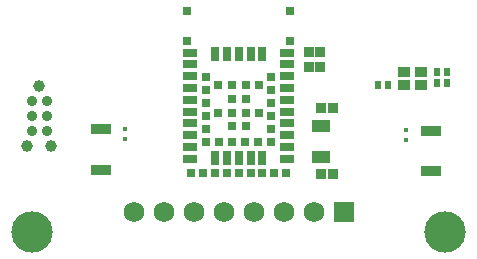
<source format=gts>
G04*
G04 #@! TF.GenerationSoftware,Altium Limited,Altium Designer,21.6.4 (81)*
G04*
G04 Layer_Color=8388736*
%FSLAX44Y44*%
%MOMM*%
G71*
G04*
G04 #@! TF.SameCoordinates,1B3A0675-FE53-4D0F-B245-581B64E9A93D*
G04*
G04*
G04 #@! TF.FilePolarity,Negative*
G04*
G01*
G75*
%ADD27R,0.8000X0.8000*%
%ADD28R,1.2500X0.8000*%
%ADD29R,0.8000X1.2500*%
%ADD30R,0.8000X0.8000*%
%ADD31C,0.8900*%
%ADD32R,1.8000X0.9000*%
%ADD33R,0.6200X0.6500*%
%ADD34R,0.4500X0.4600*%
%ADD35R,0.8800X0.8400*%
%ADD36R,0.8200X0.8200*%
%ADD37R,1.6500X1.1000*%
%ADD38R,1.1000X0.9000*%
%ADD39C,1.0000*%
%ADD40C,1.7500*%
%ADD41R,1.7500X1.7500*%
%ADD42C,3.5000*%
D27*
X156500Y187000D02*
D03*
Y212500D02*
D03*
X243500D02*
D03*
Y187000D02*
D03*
X227500Y101500D02*
D03*
Y112500D02*
D03*
Y123500D02*
D03*
Y134500D02*
D03*
Y145500D02*
D03*
X172500D02*
D03*
Y134500D02*
D03*
Y123500D02*
D03*
Y112500D02*
D03*
Y101500D02*
D03*
X183500D02*
D03*
X194500D02*
D03*
X205500D02*
D03*
X216500D02*
D03*
X160000Y75500D02*
D03*
X170000D02*
D03*
X180000D02*
D03*
X190000D02*
D03*
X200000D02*
D03*
X210000D02*
D03*
X220000D02*
D03*
X230000D02*
D03*
X240000D02*
D03*
X227500Y156500D02*
D03*
X172500D02*
D03*
D28*
X241250Y87000D02*
D03*
Y97000D02*
D03*
Y107000D02*
D03*
Y117000D02*
D03*
Y127000D02*
D03*
Y137000D02*
D03*
Y147000D02*
D03*
Y157000D02*
D03*
Y167000D02*
D03*
Y177000D02*
D03*
X158750D02*
D03*
Y167000D02*
D03*
Y157000D02*
D03*
Y147000D02*
D03*
Y137000D02*
D03*
Y127000D02*
D03*
Y117000D02*
D03*
Y107000D02*
D03*
Y97000D02*
D03*
Y87000D02*
D03*
D29*
X180000Y176250D02*
D03*
X190000D02*
D03*
X200000D02*
D03*
X210000D02*
D03*
X220000D02*
D03*
Y87750D02*
D03*
X210000D02*
D03*
X200000D02*
D03*
X190000D02*
D03*
X180000D02*
D03*
D30*
X217250Y149250D02*
D03*
X205750D02*
D03*
X194250D02*
D03*
X182750D02*
D03*
Y126250D02*
D03*
X194250Y137750D02*
D03*
X205750D02*
D03*
Y114750D02*
D03*
X217250Y126250D02*
D03*
X205750D02*
D03*
X194250D02*
D03*
Y114750D02*
D03*
D31*
X37350Y110900D02*
D03*
X24650D02*
D03*
X37350Y123600D02*
D03*
X24650D02*
D03*
X37350Y136300D02*
D03*
X24650D02*
D03*
D32*
X363000Y111000D02*
D03*
Y77000D02*
D03*
X83000Y78000D02*
D03*
Y112000D02*
D03*
D33*
X326000Y150000D02*
D03*
X318000D02*
D03*
X376000Y151000D02*
D03*
X368000D02*
D03*
X376000Y161000D02*
D03*
X368000D02*
D03*
D34*
X342000Y102800D02*
D03*
Y111200D02*
D03*
X104000Y112200D02*
D03*
Y103800D02*
D03*
D35*
X269066Y177186D02*
D03*
X259266D02*
D03*
X269166Y165186D02*
D03*
X259366D02*
D03*
D36*
X280100Y130000D02*
D03*
X269900D02*
D03*
Y74000D02*
D03*
X280100D02*
D03*
D37*
X270000Y89000D02*
D03*
Y115000D02*
D03*
D38*
X339500Y160500D02*
D03*
X354500D02*
D03*
Y149500D02*
D03*
X339500D02*
D03*
D39*
X20840Y98200D02*
D03*
X41160D02*
D03*
X31000Y149000D02*
D03*
D40*
X111100Y41700D02*
D03*
X136500D02*
D03*
X238100D02*
D03*
X263500D02*
D03*
X212700D02*
D03*
X187300D02*
D03*
X161900D02*
D03*
D41*
X288900D02*
D03*
D42*
X25000Y25000D02*
D03*
X375000D02*
D03*
M02*

</source>
